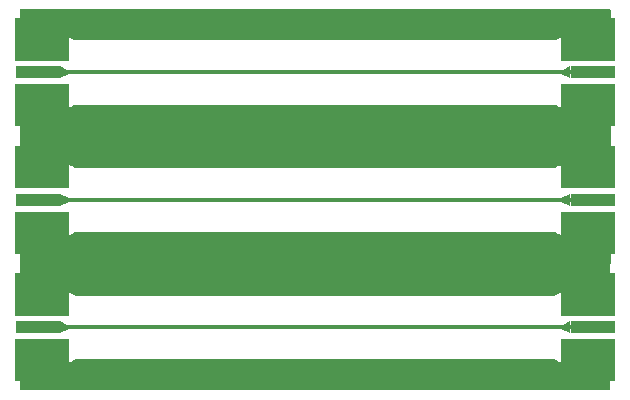
<source format=gbr>
G04 EAGLE Gerber RS-274X export*
G75*
%MOMM*%
%FSLAX34Y34*%
%LPD*%
%INTop Copper*%
%IPPOS*%
%AMOC8*
5,1,8,0,0,1.08239X$1,22.5*%
G01*
%ADD10R,4.572000X2.540000*%
%ADD11R,3.810000X1.016000*%
%ADD12C,0.503200*%
%ADD13R,0.127000X0.127000*%
%ADD14C,0.330200*%
%ADD15C,0.603200*%
%ADD16C,0.342900*%
%ADD17C,0.355600*%

G36*
X456840Y84216D02*
X456840Y84216D01*
X456927Y84222D01*
X456972Y84237D01*
X456997Y84241D01*
X457024Y84256D01*
X457085Y84277D01*
X457868Y84655D01*
X457885Y84667D01*
X457918Y84681D01*
X459998Y85882D01*
X460855Y86112D01*
X460880Y86124D01*
X460989Y86162D01*
X461788Y86548D01*
X464148Y86997D01*
X464167Y87004D01*
X464203Y87009D01*
X466522Y87631D01*
X467410Y87631D01*
X467437Y87635D01*
X467552Y87644D01*
X468424Y87810D01*
X470820Y87633D01*
X470841Y87635D01*
X470876Y87631D01*
X503282Y87631D01*
X503301Y87634D01*
X503321Y87632D01*
X503422Y87654D01*
X503524Y87670D01*
X503542Y87680D01*
X503561Y87684D01*
X503650Y87737D01*
X503742Y87786D01*
X503755Y87800D01*
X503772Y87810D01*
X503840Y87889D01*
X503911Y87964D01*
X503919Y87982D01*
X503932Y87997D01*
X503971Y88093D01*
X504015Y88187D01*
X504017Y88207D01*
X504024Y88225D01*
X504043Y88392D01*
X504070Y133858D01*
X504067Y133877D01*
X504069Y133897D01*
X504047Y133998D01*
X504031Y134100D01*
X504021Y134118D01*
X504017Y134138D01*
X503964Y134227D01*
X503916Y134318D01*
X503901Y134332D01*
X503891Y134349D01*
X503812Y134416D01*
X503738Y134487D01*
X503719Y134496D01*
X503704Y134509D01*
X503608Y134548D01*
X503515Y134591D01*
X503495Y134593D01*
X503476Y134601D01*
X503309Y134619D01*
X470876Y134619D01*
X470855Y134616D01*
X470820Y134617D01*
X468424Y134440D01*
X467552Y134606D01*
X467525Y134607D01*
X467410Y134619D01*
X466522Y134619D01*
X464203Y135241D01*
X464182Y135243D01*
X464148Y135253D01*
X461788Y135702D01*
X460989Y136088D01*
X460962Y136096D01*
X460855Y136138D01*
X459998Y136368D01*
X457918Y137569D01*
X457898Y137576D01*
X457868Y137595D01*
X457217Y137909D01*
X457134Y137934D01*
X457053Y137966D01*
X457006Y137972D01*
X456981Y137979D01*
X456950Y137978D01*
X456886Y137985D01*
X51114Y137985D01*
X51028Y137971D01*
X50941Y137965D01*
X50897Y137949D01*
X50871Y137945D01*
X50844Y137931D01*
X50783Y137909D01*
X50132Y137595D01*
X50115Y137583D01*
X50082Y137568D01*
X48002Y136368D01*
X47145Y136138D01*
X47120Y136126D01*
X47011Y136088D01*
X46212Y135702D01*
X43852Y135253D01*
X43833Y135246D01*
X43797Y135241D01*
X41478Y134619D01*
X40590Y134619D01*
X40563Y134615D01*
X40448Y134606D01*
X39576Y134440D01*
X37180Y134617D01*
X37159Y134615D01*
X37124Y134619D01*
X4572Y134619D01*
X4552Y134616D01*
X4533Y134618D01*
X4431Y134596D01*
X4329Y134580D01*
X4312Y134570D01*
X4292Y134566D01*
X4203Y134513D01*
X4112Y134464D01*
X4098Y134450D01*
X4081Y134440D01*
X4014Y134361D01*
X3942Y134286D01*
X3934Y134268D01*
X3921Y134253D01*
X3882Y134157D01*
X3839Y134063D01*
X3837Y134043D01*
X3829Y134025D01*
X3811Y133858D01*
X3811Y88392D01*
X3814Y88372D01*
X3812Y88353D01*
X3834Y88251D01*
X3850Y88149D01*
X3860Y88132D01*
X3864Y88112D01*
X3917Y88023D01*
X3966Y87932D01*
X3980Y87918D01*
X3990Y87901D01*
X4069Y87834D01*
X4144Y87762D01*
X4162Y87754D01*
X4177Y87741D01*
X4273Y87702D01*
X4367Y87659D01*
X4387Y87657D01*
X4405Y87649D01*
X4572Y87631D01*
X37124Y87631D01*
X37145Y87634D01*
X37180Y87633D01*
X39576Y87810D01*
X40448Y87644D01*
X40475Y87643D01*
X40590Y87631D01*
X41477Y87631D01*
X43797Y87009D01*
X43818Y87007D01*
X43852Y86997D01*
X46212Y86548D01*
X47011Y86162D01*
X47038Y86154D01*
X47145Y86112D01*
X48002Y85882D01*
X50082Y84682D01*
X50102Y84674D01*
X50132Y84655D01*
X50915Y84277D01*
X50998Y84253D01*
X51079Y84220D01*
X51126Y84215D01*
X51150Y84208D01*
X51181Y84209D01*
X51246Y84202D01*
X456754Y84202D01*
X456840Y84216D01*
G37*
G36*
X456972Y192229D02*
X456972Y192229D01*
X457059Y192235D01*
X457103Y192251D01*
X457129Y192255D01*
X457156Y192269D01*
X457217Y192291D01*
X457868Y192605D01*
X457885Y192617D01*
X457918Y192631D01*
X459998Y193832D01*
X460855Y194062D01*
X460880Y194074D01*
X460989Y194112D01*
X461788Y194498D01*
X464148Y194947D01*
X464167Y194954D01*
X464203Y194959D01*
X466522Y195581D01*
X467410Y195581D01*
X467437Y195585D01*
X467552Y195594D01*
X468424Y195760D01*
X470820Y195583D01*
X470840Y195585D01*
X470876Y195581D01*
X503347Y195581D01*
X503366Y195584D01*
X503386Y195582D01*
X503487Y195604D01*
X503590Y195620D01*
X503607Y195630D01*
X503626Y195634D01*
X503715Y195687D01*
X503807Y195736D01*
X503821Y195750D01*
X503838Y195760D01*
X503905Y195839D01*
X503976Y195914D01*
X503985Y195932D01*
X503998Y195947D01*
X504036Y196043D01*
X504080Y196137D01*
X504082Y196157D01*
X504090Y196175D01*
X504108Y196342D01*
X504136Y241808D01*
X504132Y241827D01*
X504135Y241847D01*
X504113Y241948D01*
X504096Y242050D01*
X504087Y242068D01*
X504082Y242088D01*
X504029Y242177D01*
X503981Y242268D01*
X503967Y242282D01*
X503956Y242299D01*
X503878Y242366D01*
X503803Y242437D01*
X503785Y242446D01*
X503769Y242459D01*
X503673Y242498D01*
X503580Y242541D01*
X503560Y242543D01*
X503541Y242551D01*
X503374Y242569D01*
X470876Y242569D01*
X470855Y242566D01*
X470820Y242567D01*
X468424Y242390D01*
X467552Y242556D01*
X467525Y242557D01*
X467410Y242569D01*
X466522Y242569D01*
X464203Y243191D01*
X464182Y243193D01*
X464148Y243203D01*
X461788Y243652D01*
X460989Y244038D01*
X460962Y244046D01*
X460855Y244088D01*
X459998Y244318D01*
X457918Y245519D01*
X457898Y245526D01*
X457868Y245545D01*
X457348Y245796D01*
X457265Y245820D01*
X457184Y245853D01*
X457137Y245858D01*
X457113Y245865D01*
X457082Y245864D01*
X457018Y245871D01*
X50982Y245871D01*
X50897Y245857D01*
X50810Y245851D01*
X50765Y245836D01*
X50740Y245832D01*
X50712Y245817D01*
X50651Y245796D01*
X50132Y245545D01*
X50115Y245533D01*
X50082Y245518D01*
X48002Y244318D01*
X47145Y244088D01*
X47120Y244076D01*
X47011Y244038D01*
X46212Y243652D01*
X43852Y243203D01*
X43833Y243196D01*
X43797Y243191D01*
X41478Y242569D01*
X40590Y242569D01*
X40563Y242565D01*
X40448Y242556D01*
X39576Y242390D01*
X37180Y242567D01*
X37159Y242565D01*
X37124Y242569D01*
X4572Y242569D01*
X4552Y242566D01*
X4533Y242568D01*
X4431Y242546D01*
X4329Y242530D01*
X4312Y242520D01*
X4292Y242516D01*
X4203Y242463D01*
X4112Y242414D01*
X4098Y242400D01*
X4081Y242390D01*
X4014Y242311D01*
X3942Y242236D01*
X3934Y242218D01*
X3921Y242203D01*
X3882Y242107D01*
X3839Y242013D01*
X3837Y241993D01*
X3829Y241975D01*
X3811Y241808D01*
X3811Y196342D01*
X3814Y196322D01*
X3812Y196303D01*
X3834Y196201D01*
X3850Y196099D01*
X3860Y196082D01*
X3864Y196062D01*
X3917Y195973D01*
X3966Y195882D01*
X3980Y195868D01*
X3990Y195851D01*
X4069Y195784D01*
X4144Y195712D01*
X4162Y195704D01*
X4177Y195691D01*
X4273Y195652D01*
X4367Y195609D01*
X4387Y195607D01*
X4405Y195599D01*
X4572Y195581D01*
X37124Y195581D01*
X37145Y195584D01*
X37180Y195583D01*
X39576Y195760D01*
X40448Y195594D01*
X40475Y195593D01*
X40590Y195581D01*
X41478Y195581D01*
X43797Y194959D01*
X43818Y194957D01*
X43852Y194947D01*
X46212Y194498D01*
X47011Y194112D01*
X47038Y194104D01*
X47145Y194062D01*
X48002Y193832D01*
X50082Y192631D01*
X50102Y192624D01*
X50132Y192605D01*
X50783Y192291D01*
X50866Y192266D01*
X50947Y192234D01*
X50994Y192228D01*
X51019Y192221D01*
X51050Y192222D01*
X51114Y192215D01*
X456886Y192215D01*
X456972Y192229D01*
G37*
G36*
X503250Y3814D02*
X503250Y3814D01*
X503270Y3812D01*
X503371Y3834D01*
X503474Y3850D01*
X503491Y3860D01*
X503510Y3864D01*
X503599Y3917D01*
X503691Y3966D01*
X503704Y3980D01*
X503721Y3990D01*
X503789Y4069D01*
X503860Y4144D01*
X503869Y4162D01*
X503881Y4177D01*
X503920Y4273D01*
X503964Y4367D01*
X503966Y4387D01*
X503973Y4405D01*
X503992Y4572D01*
X504005Y25908D01*
X504003Y25919D01*
X504004Y25926D01*
X504002Y25934D01*
X504004Y25947D01*
X503982Y26048D01*
X503965Y26150D01*
X503956Y26168D01*
X503952Y26188D01*
X503899Y26277D01*
X503850Y26368D01*
X503836Y26382D01*
X503825Y26399D01*
X503747Y26466D01*
X503672Y26537D01*
X503654Y26546D01*
X503639Y26559D01*
X503542Y26598D01*
X503449Y26641D01*
X503429Y26643D01*
X503410Y26651D01*
X503244Y26669D01*
X470876Y26669D01*
X470855Y26666D01*
X470820Y26667D01*
X468424Y26490D01*
X467552Y26656D01*
X467525Y26657D01*
X467410Y26669D01*
X466522Y26669D01*
X464203Y27291D01*
X464182Y27293D01*
X464148Y27303D01*
X461788Y27752D01*
X460989Y28138D01*
X460962Y28146D01*
X460855Y28188D01*
X459998Y28418D01*
X457918Y29619D01*
X457898Y29626D01*
X457868Y29645D01*
X457085Y30023D01*
X457002Y30047D01*
X456921Y30080D01*
X456874Y30085D01*
X456850Y30092D01*
X456819Y30091D01*
X456754Y30098D01*
X51246Y30098D01*
X51160Y30084D01*
X51073Y30078D01*
X51028Y30063D01*
X51003Y30059D01*
X50975Y30044D01*
X50915Y30023D01*
X50132Y29645D01*
X50115Y29633D01*
X50082Y29619D01*
X48002Y28418D01*
X47145Y28188D01*
X47120Y28176D01*
X47011Y28138D01*
X46212Y27752D01*
X43852Y27303D01*
X43833Y27296D01*
X43797Y27291D01*
X41478Y26669D01*
X40590Y26669D01*
X40563Y26665D01*
X40448Y26656D01*
X39576Y26490D01*
X37180Y26667D01*
X37160Y26665D01*
X37124Y26669D01*
X4572Y26669D01*
X4552Y26666D01*
X4533Y26668D01*
X4431Y26646D01*
X4329Y26630D01*
X4312Y26620D01*
X4292Y26616D01*
X4203Y26563D01*
X4112Y26514D01*
X4098Y26500D01*
X4081Y26490D01*
X4014Y26411D01*
X3942Y26336D01*
X3934Y26318D01*
X3921Y26303D01*
X3882Y26207D01*
X3839Y26113D01*
X3837Y26093D01*
X3829Y26075D01*
X3811Y25908D01*
X3811Y4572D01*
X3814Y4552D01*
X3812Y4533D01*
X3834Y4431D01*
X3850Y4329D01*
X3860Y4312D01*
X3864Y4292D01*
X3917Y4203D01*
X3966Y4112D01*
X3980Y4098D01*
X3990Y4081D01*
X4069Y4014D01*
X4144Y3942D01*
X4162Y3934D01*
X4177Y3921D01*
X4273Y3882D01*
X4367Y3839D01*
X4387Y3837D01*
X4405Y3829D01*
X4572Y3811D01*
X503231Y3811D01*
X503250Y3814D01*
G37*
G36*
X457103Y300243D02*
X457103Y300243D01*
X457190Y300249D01*
X457235Y300264D01*
X457260Y300268D01*
X457288Y300283D01*
X457348Y300304D01*
X457868Y300555D01*
X457885Y300567D01*
X457918Y300581D01*
X459998Y301782D01*
X460855Y302012D01*
X460880Y302024D01*
X460989Y302062D01*
X461788Y302448D01*
X464148Y302897D01*
X464167Y302904D01*
X464203Y302909D01*
X466522Y303531D01*
X467410Y303531D01*
X467437Y303535D01*
X467552Y303544D01*
X468424Y303710D01*
X470820Y303533D01*
X470840Y303535D01*
X470876Y303531D01*
X503412Y303531D01*
X503432Y303534D01*
X503451Y303532D01*
X503553Y303554D01*
X503655Y303570D01*
X503672Y303580D01*
X503692Y303584D01*
X503781Y303637D01*
X503872Y303686D01*
X503886Y303700D01*
X503903Y303710D01*
X503970Y303789D01*
X504042Y303864D01*
X504050Y303882D01*
X504063Y303897D01*
X504102Y303993D01*
X504145Y304087D01*
X504148Y304107D01*
X504155Y304125D01*
X504174Y304292D01*
X504187Y325628D01*
X504183Y325647D01*
X504185Y325667D01*
X504164Y325768D01*
X504147Y325870D01*
X504138Y325888D01*
X504133Y325908D01*
X504080Y325997D01*
X504032Y326088D01*
X504017Y326102D01*
X504007Y326119D01*
X503928Y326186D01*
X503854Y326257D01*
X503835Y326266D01*
X503820Y326279D01*
X503724Y326318D01*
X503631Y326361D01*
X503611Y326363D01*
X503592Y326371D01*
X503425Y326389D01*
X4572Y326389D01*
X4552Y326386D01*
X4533Y326388D01*
X4431Y326366D01*
X4329Y326350D01*
X4312Y326340D01*
X4292Y326336D01*
X4203Y326283D01*
X4112Y326234D01*
X4098Y326220D01*
X4081Y326210D01*
X4014Y326131D01*
X3942Y326056D01*
X3934Y326038D01*
X3921Y326023D01*
X3882Y325927D01*
X3839Y325833D01*
X3837Y325813D01*
X3829Y325795D01*
X3811Y325628D01*
X3811Y304292D01*
X3814Y304272D01*
X3812Y304253D01*
X3834Y304151D01*
X3850Y304049D01*
X3860Y304032D01*
X3864Y304012D01*
X3917Y303923D01*
X3966Y303832D01*
X3980Y303818D01*
X3990Y303801D01*
X4069Y303734D01*
X4144Y303662D01*
X4162Y303654D01*
X4177Y303641D01*
X4273Y303602D01*
X4367Y303559D01*
X4387Y303557D01*
X4405Y303549D01*
X4572Y303531D01*
X37124Y303531D01*
X37145Y303534D01*
X37180Y303533D01*
X39576Y303710D01*
X40448Y303544D01*
X40475Y303543D01*
X40590Y303531D01*
X41478Y303531D01*
X43797Y302909D01*
X43818Y302907D01*
X43852Y302897D01*
X46212Y302448D01*
X47011Y302062D01*
X47038Y302054D01*
X47145Y302012D01*
X48002Y301782D01*
X50082Y300581D01*
X50102Y300574D01*
X50132Y300555D01*
X50652Y300304D01*
X50735Y300280D01*
X50816Y300247D01*
X50863Y300242D01*
X50887Y300235D01*
X50918Y300236D01*
X50982Y300229D01*
X457018Y300229D01*
X457103Y300243D01*
G37*
G36*
X508002Y283085D02*
X508002Y283085D01*
X508004Y283084D01*
X508047Y283104D01*
X508091Y283122D01*
X508091Y283124D01*
X508093Y283125D01*
X508126Y283210D01*
X508126Y293370D01*
X508125Y293372D01*
X508126Y293374D01*
X508106Y293417D01*
X508088Y293461D01*
X508086Y293461D01*
X508085Y293463D01*
X508000Y293496D01*
X462280Y293496D01*
X462278Y293495D01*
X462276Y293496D01*
X462233Y293476D01*
X462189Y293458D01*
X462189Y293456D01*
X462187Y293455D01*
X462154Y293370D01*
X462154Y283210D01*
X462155Y283208D01*
X462154Y283206D01*
X462174Y283163D01*
X462192Y283119D01*
X462194Y283119D01*
X462195Y283117D01*
X462280Y283084D01*
X508000Y283084D01*
X508002Y283085D01*
G37*
G36*
X45722Y36705D02*
X45722Y36705D01*
X45724Y36704D01*
X45767Y36724D01*
X45811Y36742D01*
X45811Y36744D01*
X45813Y36745D01*
X45846Y36830D01*
X45846Y46990D01*
X45845Y46992D01*
X45846Y46994D01*
X45826Y47037D01*
X45808Y47081D01*
X45806Y47081D01*
X45805Y47083D01*
X45720Y47116D01*
X0Y47116D01*
X-2Y47115D01*
X-4Y47116D01*
X-47Y47096D01*
X-91Y47078D01*
X-91Y47076D01*
X-93Y47075D01*
X-126Y46990D01*
X-126Y36830D01*
X-125Y36828D01*
X-126Y36826D01*
X-106Y36783D01*
X-88Y36739D01*
X-86Y36739D01*
X-85Y36737D01*
X0Y36704D01*
X45720Y36704D01*
X45722Y36705D01*
G37*
G36*
X508002Y36705D02*
X508002Y36705D01*
X508004Y36704D01*
X508047Y36724D01*
X508091Y36742D01*
X508091Y36744D01*
X508093Y36745D01*
X508126Y36830D01*
X508126Y46990D01*
X508125Y46992D01*
X508126Y46994D01*
X508106Y47037D01*
X508088Y47081D01*
X508086Y47081D01*
X508085Y47083D01*
X508000Y47116D01*
X462280Y47116D01*
X462278Y47115D01*
X462276Y47116D01*
X462233Y47096D01*
X462189Y47078D01*
X462189Y47076D01*
X462187Y47075D01*
X462154Y46990D01*
X462154Y36830D01*
X462155Y36828D01*
X462154Y36826D01*
X462174Y36783D01*
X462192Y36739D01*
X462194Y36739D01*
X462195Y36737D01*
X462280Y36704D01*
X508000Y36704D01*
X508002Y36705D01*
G37*
G36*
X45722Y67185D02*
X45722Y67185D01*
X45724Y67184D01*
X45767Y67204D01*
X45811Y67222D01*
X45811Y67224D01*
X45813Y67225D01*
X45846Y67310D01*
X45846Y77470D01*
X45845Y77472D01*
X45846Y77474D01*
X45826Y77517D01*
X45808Y77561D01*
X45806Y77561D01*
X45805Y77563D01*
X45720Y77596D01*
X0Y77596D01*
X-2Y77595D01*
X-4Y77596D01*
X-47Y77576D01*
X-91Y77558D01*
X-91Y77556D01*
X-93Y77555D01*
X-126Y77470D01*
X-126Y67310D01*
X-125Y67308D01*
X-126Y67306D01*
X-106Y67263D01*
X-88Y67219D01*
X-86Y67219D01*
X-85Y67217D01*
X0Y67184D01*
X45720Y67184D01*
X45722Y67185D01*
G37*
G36*
X508002Y67185D02*
X508002Y67185D01*
X508004Y67184D01*
X508047Y67204D01*
X508091Y67222D01*
X508091Y67224D01*
X508093Y67225D01*
X508126Y67310D01*
X508126Y77470D01*
X508125Y77472D01*
X508126Y77474D01*
X508106Y77517D01*
X508088Y77561D01*
X508086Y77561D01*
X508085Y77563D01*
X508000Y77596D01*
X462280Y77596D01*
X462278Y77595D01*
X462276Y77596D01*
X462233Y77576D01*
X462189Y77558D01*
X462189Y77556D01*
X462187Y77555D01*
X462154Y77470D01*
X462154Y67310D01*
X462155Y67308D01*
X462154Y67306D01*
X462174Y67263D01*
X462192Y67219D01*
X462194Y67219D01*
X462195Y67217D01*
X462280Y67184D01*
X508000Y67184D01*
X508002Y67185D01*
G37*
G36*
X508002Y144655D02*
X508002Y144655D01*
X508004Y144654D01*
X508047Y144674D01*
X508091Y144692D01*
X508091Y144694D01*
X508093Y144695D01*
X508126Y144780D01*
X508126Y154940D01*
X508125Y154942D01*
X508126Y154944D01*
X508106Y154987D01*
X508088Y155031D01*
X508086Y155031D01*
X508085Y155033D01*
X508000Y155066D01*
X462280Y155066D01*
X462278Y155065D01*
X462276Y155066D01*
X462233Y155046D01*
X462189Y155028D01*
X462189Y155026D01*
X462187Y155025D01*
X462154Y154940D01*
X462154Y144780D01*
X462155Y144778D01*
X462154Y144776D01*
X462174Y144733D01*
X462192Y144689D01*
X462194Y144689D01*
X462195Y144687D01*
X462280Y144654D01*
X508000Y144654D01*
X508002Y144655D01*
G37*
G36*
X45722Y144655D02*
X45722Y144655D01*
X45724Y144654D01*
X45767Y144674D01*
X45811Y144692D01*
X45811Y144694D01*
X45813Y144695D01*
X45846Y144780D01*
X45846Y154940D01*
X45845Y154942D01*
X45846Y154944D01*
X45826Y154987D01*
X45808Y155031D01*
X45806Y155031D01*
X45805Y155033D01*
X45720Y155066D01*
X0Y155066D01*
X-2Y155065D01*
X-4Y155066D01*
X-47Y155046D01*
X-91Y155028D01*
X-91Y155026D01*
X-93Y155025D01*
X-126Y154940D01*
X-126Y144780D01*
X-125Y144778D01*
X-126Y144776D01*
X-106Y144733D01*
X-88Y144689D01*
X-86Y144689D01*
X-85Y144687D01*
X0Y144654D01*
X45720Y144654D01*
X45722Y144655D01*
G37*
G36*
X508002Y175135D02*
X508002Y175135D01*
X508004Y175134D01*
X508047Y175154D01*
X508091Y175172D01*
X508091Y175174D01*
X508093Y175175D01*
X508126Y175260D01*
X508126Y185420D01*
X508125Y185422D01*
X508126Y185424D01*
X508106Y185467D01*
X508088Y185511D01*
X508086Y185511D01*
X508085Y185513D01*
X508000Y185546D01*
X462280Y185546D01*
X462278Y185545D01*
X462276Y185546D01*
X462233Y185526D01*
X462189Y185508D01*
X462189Y185506D01*
X462187Y185505D01*
X462154Y185420D01*
X462154Y175260D01*
X462155Y175258D01*
X462154Y175256D01*
X462174Y175213D01*
X462192Y175169D01*
X462194Y175169D01*
X462195Y175167D01*
X462280Y175134D01*
X508000Y175134D01*
X508002Y175135D01*
G37*
G36*
X45722Y175135D02*
X45722Y175135D01*
X45724Y175134D01*
X45767Y175154D01*
X45811Y175172D01*
X45811Y175174D01*
X45813Y175175D01*
X45846Y175260D01*
X45846Y185420D01*
X45845Y185422D01*
X45846Y185424D01*
X45826Y185467D01*
X45808Y185511D01*
X45806Y185511D01*
X45805Y185513D01*
X45720Y185546D01*
X0Y185546D01*
X-2Y185545D01*
X-4Y185546D01*
X-47Y185526D01*
X-91Y185508D01*
X-91Y185506D01*
X-93Y185505D01*
X-126Y185420D01*
X-126Y175260D01*
X-125Y175258D01*
X-126Y175256D01*
X-106Y175213D01*
X-88Y175169D01*
X-86Y175169D01*
X-85Y175167D01*
X0Y175134D01*
X45720Y175134D01*
X45722Y175135D01*
G37*
G36*
X45722Y252605D02*
X45722Y252605D01*
X45724Y252604D01*
X45767Y252624D01*
X45811Y252642D01*
X45811Y252644D01*
X45813Y252645D01*
X45846Y252730D01*
X45846Y262890D01*
X45845Y262892D01*
X45846Y262894D01*
X45826Y262937D01*
X45808Y262981D01*
X45806Y262981D01*
X45805Y262983D01*
X45720Y263016D01*
X0Y263016D01*
X-2Y263015D01*
X-4Y263016D01*
X-47Y262996D01*
X-91Y262978D01*
X-91Y262976D01*
X-93Y262975D01*
X-126Y262890D01*
X-126Y252730D01*
X-125Y252728D01*
X-126Y252726D01*
X-106Y252683D01*
X-88Y252639D01*
X-86Y252639D01*
X-85Y252637D01*
X0Y252604D01*
X45720Y252604D01*
X45722Y252605D01*
G37*
G36*
X508002Y252605D02*
X508002Y252605D01*
X508004Y252604D01*
X508047Y252624D01*
X508091Y252642D01*
X508091Y252644D01*
X508093Y252645D01*
X508126Y252730D01*
X508126Y262890D01*
X508125Y262892D01*
X508126Y262894D01*
X508106Y262937D01*
X508088Y262981D01*
X508086Y262981D01*
X508085Y262983D01*
X508000Y263016D01*
X462280Y263016D01*
X462278Y263015D01*
X462276Y263016D01*
X462233Y262996D01*
X462189Y262978D01*
X462189Y262976D01*
X462187Y262975D01*
X462154Y262890D01*
X462154Y252730D01*
X462155Y252728D01*
X462154Y252726D01*
X462174Y252683D01*
X462192Y252639D01*
X462194Y252639D01*
X462195Y252637D01*
X462280Y252604D01*
X508000Y252604D01*
X508002Y252605D01*
G37*
G36*
X45722Y283085D02*
X45722Y283085D01*
X45724Y283084D01*
X45767Y283104D01*
X45811Y283122D01*
X45811Y283124D01*
X45813Y283125D01*
X45846Y283210D01*
X45846Y293370D01*
X45845Y293372D01*
X45846Y293374D01*
X45826Y293417D01*
X45808Y293461D01*
X45806Y293461D01*
X45805Y293463D01*
X45720Y293496D01*
X0Y293496D01*
X-2Y293495D01*
X-4Y293496D01*
X-47Y293476D01*
X-91Y293458D01*
X-91Y293456D01*
X-93Y293455D01*
X-126Y293370D01*
X-126Y283210D01*
X-125Y283208D01*
X-126Y283206D01*
X-106Y283163D01*
X-88Y283119D01*
X-86Y283119D01*
X-85Y283117D01*
X0Y283084D01*
X45720Y283084D01*
X45722Y283085D01*
G37*
G36*
X38131Y160023D02*
X38131Y160023D01*
X38132Y160023D01*
X38210Y160046D01*
X45576Y163602D01*
X45598Y163622D01*
X45626Y163634D01*
X45650Y163668D01*
X45681Y163696D01*
X45689Y163725D01*
X45706Y163750D01*
X45719Y163830D01*
X45719Y166370D01*
X45717Y166379D01*
X45717Y166383D01*
X45712Y166396D01*
X45711Y166399D01*
X45712Y166429D01*
X45692Y166465D01*
X45680Y166505D01*
X45658Y166525D01*
X45643Y166552D01*
X45576Y166598D01*
X45575Y166599D01*
X38210Y170154D01*
X38209Y170154D01*
X38209Y170155D01*
X38138Y170166D01*
X38071Y170178D01*
X38070Y170177D01*
X38069Y170177D01*
X38004Y170149D01*
X37941Y170123D01*
X37940Y170122D01*
X37901Y170066D01*
X37860Y170008D01*
X37860Y170007D01*
X37860Y170006D01*
X37847Y169926D01*
X37847Y160274D01*
X37847Y160273D01*
X37847Y160272D01*
X37867Y160204D01*
X37886Y160139D01*
X37887Y160138D01*
X37887Y160137D01*
X37939Y160092D01*
X37991Y160045D01*
X37992Y160045D01*
X37993Y160044D01*
X38061Y160034D01*
X38131Y160023D01*
X38131Y160023D01*
G37*
G36*
X38131Y52073D02*
X38131Y52073D01*
X38132Y52073D01*
X38210Y52096D01*
X45576Y55652D01*
X45598Y55672D01*
X45626Y55684D01*
X45650Y55718D01*
X45681Y55746D01*
X45689Y55775D01*
X45706Y55800D01*
X45719Y55880D01*
X45719Y58420D01*
X45717Y58429D01*
X45717Y58433D01*
X45712Y58446D01*
X45711Y58449D01*
X45712Y58479D01*
X45692Y58515D01*
X45680Y58555D01*
X45658Y58575D01*
X45643Y58602D01*
X45576Y58648D01*
X45575Y58649D01*
X38210Y62204D01*
X38209Y62204D01*
X38209Y62205D01*
X38138Y62216D01*
X38071Y62228D01*
X38070Y62227D01*
X38069Y62227D01*
X38004Y62199D01*
X37941Y62173D01*
X37940Y62172D01*
X37901Y62116D01*
X37860Y62058D01*
X37860Y62057D01*
X37860Y62056D01*
X37847Y61976D01*
X37847Y52324D01*
X37847Y52323D01*
X37847Y52322D01*
X37867Y52254D01*
X37886Y52189D01*
X37887Y52188D01*
X37887Y52187D01*
X37939Y52142D01*
X37991Y52095D01*
X37992Y52095D01*
X37993Y52094D01*
X38061Y52084D01*
X38131Y52073D01*
X38131Y52073D01*
G37*
G36*
X38131Y267973D02*
X38131Y267973D01*
X38132Y267973D01*
X38210Y267996D01*
X45576Y271552D01*
X45598Y271572D01*
X45626Y271584D01*
X45650Y271618D01*
X45681Y271646D01*
X45689Y271675D01*
X45706Y271700D01*
X45719Y271780D01*
X45719Y274320D01*
X45717Y274329D01*
X45717Y274333D01*
X45712Y274346D01*
X45711Y274349D01*
X45712Y274379D01*
X45692Y274415D01*
X45680Y274455D01*
X45658Y274475D01*
X45643Y274502D01*
X45576Y274548D01*
X45575Y274549D01*
X38210Y278104D01*
X38209Y278104D01*
X38209Y278105D01*
X38138Y278116D01*
X38071Y278128D01*
X38070Y278127D01*
X38069Y278127D01*
X38004Y278099D01*
X37941Y278073D01*
X37940Y278072D01*
X37901Y278016D01*
X37860Y277958D01*
X37860Y277957D01*
X37860Y277956D01*
X37847Y277876D01*
X37847Y268224D01*
X37847Y268223D01*
X37847Y268222D01*
X37867Y268154D01*
X37886Y268089D01*
X37887Y268088D01*
X37887Y268087D01*
X37939Y268042D01*
X37991Y267995D01*
X37992Y267995D01*
X37993Y267994D01*
X38061Y267984D01*
X38131Y267973D01*
X38131Y267973D01*
G37*
G36*
X469930Y160023D02*
X469930Y160023D01*
X469931Y160023D01*
X469996Y160051D01*
X470059Y160077D01*
X470059Y160078D01*
X470060Y160078D01*
X470099Y160134D01*
X470140Y160192D01*
X470140Y160193D01*
X470140Y160194D01*
X470153Y160274D01*
X470153Y169926D01*
X470153Y169927D01*
X470153Y169928D01*
X470133Y169996D01*
X470114Y170061D01*
X470113Y170062D01*
X470113Y170063D01*
X470061Y170108D01*
X470009Y170155D01*
X470008Y170155D01*
X470007Y170156D01*
X469939Y170166D01*
X469869Y170177D01*
X469868Y170177D01*
X469790Y170154D01*
X462424Y166598D01*
X462402Y166578D01*
X462374Y166566D01*
X462350Y166532D01*
X462319Y166504D01*
X462311Y166475D01*
X462294Y166450D01*
X462281Y166370D01*
X462281Y163830D01*
X462289Y163801D01*
X462288Y163771D01*
X462308Y163735D01*
X462320Y163695D01*
X462343Y163675D01*
X462357Y163649D01*
X462424Y163602D01*
X462425Y163601D01*
X469790Y160046D01*
X469791Y160046D01*
X469791Y160045D01*
X469862Y160034D01*
X469929Y160022D01*
X469930Y160023D01*
G37*
G36*
X469930Y52073D02*
X469930Y52073D01*
X469931Y52073D01*
X469996Y52101D01*
X470059Y52127D01*
X470059Y52128D01*
X470060Y52128D01*
X470099Y52184D01*
X470140Y52242D01*
X470140Y52243D01*
X470140Y52244D01*
X470153Y52324D01*
X470153Y61976D01*
X470153Y61977D01*
X470153Y61978D01*
X470133Y62046D01*
X470114Y62111D01*
X470113Y62112D01*
X470113Y62113D01*
X470061Y62158D01*
X470009Y62205D01*
X470008Y62205D01*
X470007Y62206D01*
X469939Y62216D01*
X469869Y62227D01*
X469868Y62227D01*
X469790Y62204D01*
X462424Y58648D01*
X462402Y58628D01*
X462374Y58616D01*
X462350Y58582D01*
X462319Y58554D01*
X462311Y58525D01*
X462294Y58500D01*
X462281Y58420D01*
X462281Y55880D01*
X462289Y55851D01*
X462288Y55821D01*
X462308Y55785D01*
X462320Y55745D01*
X462343Y55725D01*
X462357Y55699D01*
X462424Y55652D01*
X462425Y55651D01*
X469790Y52096D01*
X469791Y52096D01*
X469791Y52095D01*
X469862Y52084D01*
X469929Y52072D01*
X469930Y52073D01*
G37*
G36*
X469930Y267973D02*
X469930Y267973D01*
X469931Y267973D01*
X469996Y268001D01*
X470059Y268027D01*
X470059Y268028D01*
X470060Y268028D01*
X470099Y268084D01*
X470140Y268142D01*
X470140Y268143D01*
X470140Y268144D01*
X470153Y268224D01*
X470153Y277876D01*
X470153Y277877D01*
X470153Y277878D01*
X470133Y277946D01*
X470114Y278011D01*
X470113Y278012D01*
X470113Y278013D01*
X470061Y278058D01*
X470009Y278105D01*
X470008Y278105D01*
X470007Y278106D01*
X469939Y278116D01*
X469869Y278127D01*
X469868Y278127D01*
X469790Y278104D01*
X462424Y274548D01*
X462402Y274528D01*
X462374Y274516D01*
X462350Y274482D01*
X462319Y274454D01*
X462311Y274425D01*
X462294Y274400D01*
X462281Y274320D01*
X462281Y271780D01*
X462289Y271751D01*
X462288Y271721D01*
X462308Y271685D01*
X462320Y271645D01*
X462343Y271625D01*
X462357Y271599D01*
X462424Y271552D01*
X462425Y271551D01*
X469790Y267996D01*
X469791Y267996D01*
X469791Y267995D01*
X469862Y267984D01*
X469929Y267972D01*
X469930Y267973D01*
G37*
D10*
X485140Y90170D03*
X485140Y24130D03*
D11*
X488950Y57150D03*
D12*
X496570Y40640D03*
X496570Y73660D03*
X471170Y40640D03*
X471170Y73660D03*
X496570Y96520D03*
X471170Y96520D03*
X496570Y17780D03*
X471170Y17780D03*
X483870Y17780D03*
X483870Y96520D03*
X483870Y73660D03*
X483870Y40640D03*
D13*
X466090Y45720D03*
X466090Y68580D03*
X466090Y57150D03*
D10*
X22860Y24130D03*
X22860Y90170D03*
D11*
X19050Y57150D03*
D12*
X11430Y73660D03*
X11430Y40640D03*
X36830Y73660D03*
X36830Y40640D03*
X11430Y17780D03*
X36830Y17780D03*
X11430Y96520D03*
X36830Y96520D03*
X24130Y96520D03*
X24130Y17780D03*
X24130Y40640D03*
X24130Y73660D03*
D13*
X41910Y68580D03*
X41910Y45720D03*
X41910Y57150D03*
D10*
X22860Y132080D03*
X22860Y198120D03*
D11*
X19050Y165100D03*
D12*
X11430Y181610D03*
X11430Y148590D03*
X36830Y181610D03*
X36830Y148590D03*
X11430Y125730D03*
X36830Y125730D03*
X11430Y204470D03*
X36830Y204470D03*
X24130Y204470D03*
X24130Y125730D03*
X24130Y148590D03*
X24130Y181610D03*
D13*
X41910Y176530D03*
X41910Y153670D03*
X41910Y165100D03*
D10*
X485140Y198120D03*
X485140Y132080D03*
D11*
X488950Y165100D03*
D12*
X496570Y148590D03*
X496570Y181610D03*
X471170Y148590D03*
X471170Y181610D03*
X496570Y204470D03*
X471170Y204470D03*
X496570Y125730D03*
X471170Y125730D03*
X483870Y125730D03*
X483870Y204470D03*
X483870Y181610D03*
X483870Y148590D03*
D13*
X466090Y153670D03*
X466090Y176530D03*
X466090Y165100D03*
D10*
X22860Y240030D03*
X22860Y306070D03*
D11*
X19050Y273050D03*
D12*
X11430Y289560D03*
X11430Y256540D03*
X36830Y289560D03*
X36830Y256540D03*
X11430Y233680D03*
X36830Y233680D03*
X11430Y312420D03*
X36830Y312420D03*
X24130Y312420D03*
X24130Y233680D03*
X24130Y256540D03*
X24130Y289560D03*
D13*
X41910Y284480D03*
X41910Y261620D03*
X41910Y273050D03*
D10*
X485140Y306070D03*
X485140Y240030D03*
D11*
X488950Y273050D03*
D12*
X496570Y256540D03*
X496570Y289560D03*
X471170Y256540D03*
X471170Y289560D03*
X496570Y312420D03*
X471170Y312420D03*
X496570Y233680D03*
X471170Y233680D03*
X483870Y233680D03*
X483870Y312420D03*
X483870Y289560D03*
X483870Y256540D03*
D13*
X466090Y261620D03*
X466090Y284480D03*
X466090Y273050D03*
D14*
X488950Y57150D02*
X19050Y57150D01*
D15*
X76200Y222250D03*
X101600Y222250D03*
X127000Y222250D03*
X152400Y222250D03*
X177800Y222250D03*
X203200Y222250D03*
X228600Y222250D03*
X254000Y222250D03*
X279400Y222250D03*
X304800Y222250D03*
X330200Y222250D03*
X355600Y222250D03*
X381000Y222250D03*
X406400Y222250D03*
X431800Y222250D03*
X76200Y114300D03*
X101600Y114300D03*
X127000Y114300D03*
X152400Y114300D03*
X177800Y114300D03*
X203200Y114300D03*
X228600Y114300D03*
X254000Y114300D03*
X279400Y114300D03*
X304800Y114300D03*
X330200Y114300D03*
X355600Y114300D03*
X381000Y114300D03*
X406400Y114300D03*
X431800Y114300D03*
X76200Y317500D03*
X101600Y317500D03*
X127000Y317500D03*
X152400Y317500D03*
X177800Y317500D03*
X203200Y317500D03*
X228600Y317500D03*
X254000Y317500D03*
X279400Y317500D03*
X304800Y317500D03*
X330200Y317500D03*
X355600Y317500D03*
X381000Y317500D03*
X406400Y317500D03*
X431800Y317500D03*
X76200Y12700D03*
X101600Y12700D03*
X127000Y12700D03*
X152400Y12700D03*
X177800Y12700D03*
X203200Y12700D03*
X228600Y12700D03*
X254000Y12700D03*
X279400Y12700D03*
X304800Y12700D03*
X330200Y12700D03*
X355600Y12700D03*
X381000Y12700D03*
X406400Y12700D03*
X431800Y12700D03*
X50800Y317500D03*
X50800Y222250D03*
X50800Y114300D03*
X50800Y12700D03*
X457200Y317500D03*
X457200Y222250D03*
X457200Y114300D03*
X457200Y12700D03*
D16*
X488950Y165100D02*
X19050Y165100D01*
D17*
X19050Y273050D02*
X488950Y273050D01*
M02*

</source>
